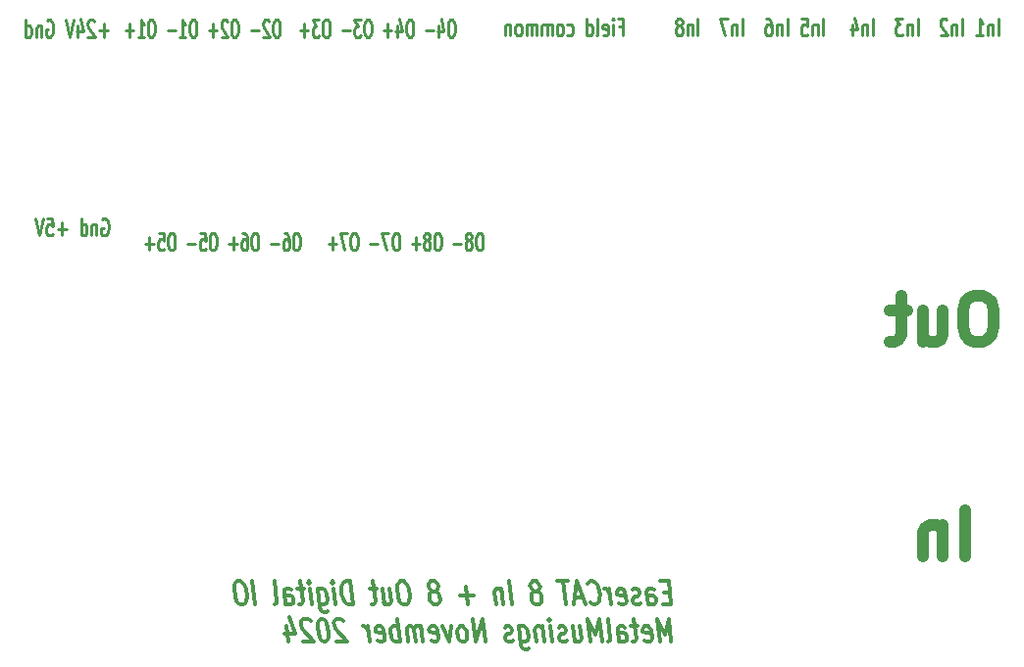
<source format=gbr>
%TF.GenerationSoftware,KiCad,Pcbnew,8.0.5*%
%TF.CreationDate,2024-10-29T23:36:48+01:00*%
%TF.ProjectId,8In-8Out-LAN9252-only,38496e2d-384f-4757-942d-4c414e393235,rev?*%
%TF.SameCoordinates,Original*%
%TF.FileFunction,Legend,Bot*%
%TF.FilePolarity,Positive*%
%FSLAX46Y46*%
G04 Gerber Fmt 4.6, Leading zero omitted, Abs format (unit mm)*
G04 Created by KiCad (PCBNEW 8.0.5) date 2024-10-29 23:36:48*
%MOMM*%
%LPD*%
G01*
G04 APERTURE LIST*
%ADD10C,0.250000*%
%ADD11C,0.300000*%
%ADD12C,0.225000*%
%ADD13C,1.000000*%
G04 APERTURE END LIST*
D10*
X151743431Y-65018000D02*
X150981527Y-65018000D01*
X151362479Y-65589428D02*
X151362479Y-64446571D01*
X150552955Y-64232285D02*
X150505336Y-64160857D01*
X150505336Y-64160857D02*
X150410098Y-64089428D01*
X150410098Y-64089428D02*
X150172003Y-64089428D01*
X150172003Y-64089428D02*
X150076765Y-64160857D01*
X150076765Y-64160857D02*
X150029146Y-64232285D01*
X150029146Y-64232285D02*
X149981527Y-64375142D01*
X149981527Y-64375142D02*
X149981527Y-64518000D01*
X149981527Y-64518000D02*
X150029146Y-64732285D01*
X150029146Y-64732285D02*
X150600574Y-65589428D01*
X150600574Y-65589428D02*
X149981527Y-65589428D01*
X149124384Y-64589428D02*
X149124384Y-65589428D01*
X149362479Y-64018000D02*
X149600574Y-65089428D01*
X149600574Y-65089428D02*
X148981527Y-65089428D01*
X148743431Y-64089428D02*
X148410098Y-65589428D01*
X148410098Y-65589428D02*
X148076765Y-64089428D01*
X146457717Y-64160857D02*
X146552955Y-64089428D01*
X146552955Y-64089428D02*
X146695812Y-64089428D01*
X146695812Y-64089428D02*
X146838669Y-64160857D01*
X146838669Y-64160857D02*
X146933907Y-64303714D01*
X146933907Y-64303714D02*
X146981526Y-64446571D01*
X146981526Y-64446571D02*
X147029145Y-64732285D01*
X147029145Y-64732285D02*
X147029145Y-64946571D01*
X147029145Y-64946571D02*
X146981526Y-65232285D01*
X146981526Y-65232285D02*
X146933907Y-65375142D01*
X146933907Y-65375142D02*
X146838669Y-65518000D01*
X146838669Y-65518000D02*
X146695812Y-65589428D01*
X146695812Y-65589428D02*
X146600574Y-65589428D01*
X146600574Y-65589428D02*
X146457717Y-65518000D01*
X146457717Y-65518000D02*
X146410098Y-65446571D01*
X146410098Y-65446571D02*
X146410098Y-64946571D01*
X146410098Y-64946571D02*
X146600574Y-64946571D01*
X145981526Y-64589428D02*
X145981526Y-65589428D01*
X145981526Y-64732285D02*
X145933907Y-64660857D01*
X145933907Y-64660857D02*
X145838669Y-64589428D01*
X145838669Y-64589428D02*
X145695812Y-64589428D01*
X145695812Y-64589428D02*
X145600574Y-64660857D01*
X145600574Y-64660857D02*
X145552955Y-64803714D01*
X145552955Y-64803714D02*
X145552955Y-65589428D01*
X144648193Y-65589428D02*
X144648193Y-64089428D01*
X144648193Y-65518000D02*
X144743431Y-65589428D01*
X144743431Y-65589428D02*
X144933907Y-65589428D01*
X144933907Y-65589428D02*
X145029145Y-65518000D01*
X145029145Y-65518000D02*
X145076764Y-65446571D01*
X145076764Y-65446571D02*
X145124383Y-65303714D01*
X145124383Y-65303714D02*
X145124383Y-64875142D01*
X145124383Y-64875142D02*
X145076764Y-64732285D01*
X145076764Y-64732285D02*
X145029145Y-64660857D01*
X145029145Y-64660857D02*
X144933907Y-64589428D01*
X144933907Y-64589428D02*
X144743431Y-64589428D01*
X144743431Y-64589428D02*
X144648193Y-64660857D01*
D11*
X200240441Y-113582131D02*
X199740441Y-113582131D01*
X199657108Y-114629750D02*
X200371393Y-114629750D01*
X200371393Y-114629750D02*
X200121393Y-112629750D01*
X200121393Y-112629750D02*
X199407108Y-112629750D01*
X198371393Y-114629750D02*
X198240441Y-113582131D01*
X198240441Y-113582131D02*
X198288060Y-113391654D01*
X198288060Y-113391654D02*
X198419012Y-113296416D01*
X198419012Y-113296416D02*
X198704727Y-113296416D01*
X198704727Y-113296416D02*
X198859489Y-113391654D01*
X198359489Y-114534512D02*
X198514250Y-114629750D01*
X198514250Y-114629750D02*
X198871393Y-114629750D01*
X198871393Y-114629750D02*
X199002346Y-114534512D01*
X199002346Y-114534512D02*
X199049965Y-114344035D01*
X199049965Y-114344035D02*
X199026155Y-114153559D01*
X199026155Y-114153559D02*
X198930917Y-113963083D01*
X198930917Y-113963083D02*
X198776155Y-113867845D01*
X198776155Y-113867845D02*
X198419012Y-113867845D01*
X198419012Y-113867845D02*
X198264250Y-113772607D01*
X197716631Y-114534512D02*
X197585679Y-114629750D01*
X197585679Y-114629750D02*
X197299965Y-114629750D01*
X197299965Y-114629750D02*
X197145203Y-114534512D01*
X197145203Y-114534512D02*
X197049965Y-114344035D01*
X197049965Y-114344035D02*
X197038060Y-114248797D01*
X197038060Y-114248797D02*
X197085679Y-114058321D01*
X197085679Y-114058321D02*
X197216631Y-113963083D01*
X197216631Y-113963083D02*
X197430917Y-113963083D01*
X197430917Y-113963083D02*
X197561869Y-113867845D01*
X197561869Y-113867845D02*
X197609488Y-113677369D01*
X197609488Y-113677369D02*
X197597584Y-113582131D01*
X197597584Y-113582131D02*
X197502346Y-113391654D01*
X197502346Y-113391654D02*
X197347584Y-113296416D01*
X197347584Y-113296416D02*
X197133298Y-113296416D01*
X197133298Y-113296416D02*
X197002346Y-113391654D01*
X195859488Y-114534512D02*
X196014250Y-114629750D01*
X196014250Y-114629750D02*
X196299964Y-114629750D01*
X196299964Y-114629750D02*
X196430917Y-114534512D01*
X196430917Y-114534512D02*
X196478536Y-114344035D01*
X196478536Y-114344035D02*
X196383298Y-113582131D01*
X196383298Y-113582131D02*
X196288060Y-113391654D01*
X196288060Y-113391654D02*
X196133298Y-113296416D01*
X196133298Y-113296416D02*
X195847583Y-113296416D01*
X195847583Y-113296416D02*
X195716631Y-113391654D01*
X195716631Y-113391654D02*
X195669012Y-113582131D01*
X195669012Y-113582131D02*
X195692821Y-113772607D01*
X195692821Y-113772607D02*
X196430917Y-113963083D01*
X195157107Y-114629750D02*
X194990441Y-113296416D01*
X195038060Y-113677369D02*
X194942822Y-113486892D01*
X194942822Y-113486892D02*
X194859488Y-113391654D01*
X194859488Y-113391654D02*
X194704726Y-113296416D01*
X194704726Y-113296416D02*
X194561869Y-113296416D01*
X193347584Y-114439273D02*
X193430917Y-114534512D01*
X193430917Y-114534512D02*
X193657108Y-114629750D01*
X193657108Y-114629750D02*
X193799965Y-114629750D01*
X193799965Y-114629750D02*
X194002346Y-114534512D01*
X194002346Y-114534512D02*
X194121394Y-114344035D01*
X194121394Y-114344035D02*
X194169013Y-114153559D01*
X194169013Y-114153559D02*
X194192822Y-113772607D01*
X194192822Y-113772607D02*
X194157108Y-113486892D01*
X194157108Y-113486892D02*
X194038060Y-113105940D01*
X194038060Y-113105940D02*
X193942822Y-112915464D01*
X193942822Y-112915464D02*
X193776155Y-112724988D01*
X193776155Y-112724988D02*
X193549965Y-112629750D01*
X193549965Y-112629750D02*
X193407108Y-112629750D01*
X193407108Y-112629750D02*
X193204727Y-112724988D01*
X193204727Y-112724988D02*
X193145203Y-112820226D01*
X192728536Y-114058321D02*
X192014251Y-114058321D01*
X192942822Y-114629750D02*
X192192822Y-112629750D01*
X192192822Y-112629750D02*
X191942822Y-114629750D01*
X191407108Y-112629750D02*
X190549965Y-112629750D01*
X191228537Y-114629750D02*
X190978537Y-112629750D01*
X188799966Y-113486892D02*
X188930918Y-113391654D01*
X188930918Y-113391654D02*
X188990442Y-113296416D01*
X188990442Y-113296416D02*
X189038061Y-113105940D01*
X189038061Y-113105940D02*
X189026156Y-113010702D01*
X189026156Y-113010702D02*
X188930918Y-112820226D01*
X188930918Y-112820226D02*
X188847585Y-112724988D01*
X188847585Y-112724988D02*
X188692823Y-112629750D01*
X188692823Y-112629750D02*
X188407108Y-112629750D01*
X188407108Y-112629750D02*
X188276156Y-112724988D01*
X188276156Y-112724988D02*
X188216632Y-112820226D01*
X188216632Y-112820226D02*
X188169013Y-113010702D01*
X188169013Y-113010702D02*
X188180918Y-113105940D01*
X188180918Y-113105940D02*
X188276156Y-113296416D01*
X188276156Y-113296416D02*
X188359489Y-113391654D01*
X188359489Y-113391654D02*
X188514251Y-113486892D01*
X188514251Y-113486892D02*
X188799966Y-113486892D01*
X188799966Y-113486892D02*
X188954727Y-113582131D01*
X188954727Y-113582131D02*
X189038061Y-113677369D01*
X189038061Y-113677369D02*
X189133299Y-113867845D01*
X189133299Y-113867845D02*
X189180918Y-114248797D01*
X189180918Y-114248797D02*
X189133299Y-114439273D01*
X189133299Y-114439273D02*
X189073775Y-114534512D01*
X189073775Y-114534512D02*
X188942823Y-114629750D01*
X188942823Y-114629750D02*
X188657108Y-114629750D01*
X188657108Y-114629750D02*
X188502347Y-114534512D01*
X188502347Y-114534512D02*
X188419013Y-114439273D01*
X188419013Y-114439273D02*
X188323775Y-114248797D01*
X188323775Y-114248797D02*
X188276156Y-113867845D01*
X188276156Y-113867845D02*
X188323775Y-113677369D01*
X188323775Y-113677369D02*
X188383299Y-113582131D01*
X188383299Y-113582131D02*
X188514251Y-113486892D01*
X186585680Y-114629750D02*
X186335680Y-112629750D01*
X185704728Y-113296416D02*
X185871394Y-114629750D01*
X185728537Y-113486892D02*
X185645204Y-113391654D01*
X185645204Y-113391654D02*
X185490442Y-113296416D01*
X185490442Y-113296416D02*
X185276156Y-113296416D01*
X185276156Y-113296416D02*
X185145204Y-113391654D01*
X185145204Y-113391654D02*
X185097585Y-113582131D01*
X185097585Y-113582131D02*
X185228537Y-114629750D01*
X183276156Y-113867845D02*
X182133299Y-113867845D01*
X182799966Y-114629750D02*
X182609490Y-113105940D01*
X180014252Y-113486892D02*
X180145204Y-113391654D01*
X180145204Y-113391654D02*
X180204728Y-113296416D01*
X180204728Y-113296416D02*
X180252347Y-113105940D01*
X180252347Y-113105940D02*
X180240442Y-113010702D01*
X180240442Y-113010702D02*
X180145204Y-112820226D01*
X180145204Y-112820226D02*
X180061871Y-112724988D01*
X180061871Y-112724988D02*
X179907109Y-112629750D01*
X179907109Y-112629750D02*
X179621394Y-112629750D01*
X179621394Y-112629750D02*
X179490442Y-112724988D01*
X179490442Y-112724988D02*
X179430918Y-112820226D01*
X179430918Y-112820226D02*
X179383299Y-113010702D01*
X179383299Y-113010702D02*
X179395204Y-113105940D01*
X179395204Y-113105940D02*
X179490442Y-113296416D01*
X179490442Y-113296416D02*
X179573775Y-113391654D01*
X179573775Y-113391654D02*
X179728537Y-113486892D01*
X179728537Y-113486892D02*
X180014252Y-113486892D01*
X180014252Y-113486892D02*
X180169013Y-113582131D01*
X180169013Y-113582131D02*
X180252347Y-113677369D01*
X180252347Y-113677369D02*
X180347585Y-113867845D01*
X180347585Y-113867845D02*
X180395204Y-114248797D01*
X180395204Y-114248797D02*
X180347585Y-114439273D01*
X180347585Y-114439273D02*
X180288061Y-114534512D01*
X180288061Y-114534512D02*
X180157109Y-114629750D01*
X180157109Y-114629750D02*
X179871394Y-114629750D01*
X179871394Y-114629750D02*
X179716633Y-114534512D01*
X179716633Y-114534512D02*
X179633299Y-114439273D01*
X179633299Y-114439273D02*
X179538061Y-114248797D01*
X179538061Y-114248797D02*
X179490442Y-113867845D01*
X179490442Y-113867845D02*
X179538061Y-113677369D01*
X179538061Y-113677369D02*
X179597585Y-113582131D01*
X179597585Y-113582131D02*
X179728537Y-113486892D01*
X177264252Y-112629750D02*
X176978538Y-112629750D01*
X176978538Y-112629750D02*
X176847585Y-112724988D01*
X176847585Y-112724988D02*
X176728538Y-112915464D01*
X176728538Y-112915464D02*
X176704728Y-113296416D01*
X176704728Y-113296416D02*
X176788062Y-113963083D01*
X176788062Y-113963083D02*
X176907109Y-114344035D01*
X176907109Y-114344035D02*
X177073776Y-114534512D01*
X177073776Y-114534512D02*
X177228538Y-114629750D01*
X177228538Y-114629750D02*
X177514252Y-114629750D01*
X177514252Y-114629750D02*
X177645205Y-114534512D01*
X177645205Y-114534512D02*
X177764252Y-114344035D01*
X177764252Y-114344035D02*
X177788062Y-113963083D01*
X177788062Y-113963083D02*
X177704728Y-113296416D01*
X177704728Y-113296416D02*
X177585681Y-112915464D01*
X177585681Y-112915464D02*
X177419014Y-112724988D01*
X177419014Y-112724988D02*
X177264252Y-112629750D01*
X175419014Y-113296416D02*
X175585680Y-114629750D01*
X176061871Y-113296416D02*
X176192823Y-114344035D01*
X176192823Y-114344035D02*
X176145204Y-114534512D01*
X176145204Y-114534512D02*
X176014252Y-114629750D01*
X176014252Y-114629750D02*
X175799966Y-114629750D01*
X175799966Y-114629750D02*
X175645204Y-114534512D01*
X175645204Y-114534512D02*
X175561871Y-114439273D01*
X174919013Y-113296416D02*
X174347585Y-113296416D01*
X174621394Y-112629750D02*
X174835680Y-114344035D01*
X174835680Y-114344035D02*
X174788061Y-114534512D01*
X174788061Y-114534512D02*
X174657109Y-114629750D01*
X174657109Y-114629750D02*
X174514252Y-114629750D01*
X172871394Y-114629750D02*
X172621394Y-112629750D01*
X172621394Y-112629750D02*
X172264252Y-112629750D01*
X172264252Y-112629750D02*
X172061871Y-112724988D01*
X172061871Y-112724988D02*
X171942823Y-112915464D01*
X171942823Y-112915464D02*
X171895204Y-113105940D01*
X171895204Y-113105940D02*
X171871394Y-113486892D01*
X171871394Y-113486892D02*
X171907109Y-113772607D01*
X171907109Y-113772607D02*
X172026156Y-114153559D01*
X172026156Y-114153559D02*
X172121394Y-114344035D01*
X172121394Y-114344035D02*
X172288061Y-114534512D01*
X172288061Y-114534512D02*
X172514252Y-114629750D01*
X172514252Y-114629750D02*
X172871394Y-114629750D01*
X171371394Y-114629750D02*
X171204728Y-113296416D01*
X171121394Y-112629750D02*
X171204728Y-112724988D01*
X171204728Y-112724988D02*
X171145204Y-112820226D01*
X171145204Y-112820226D02*
X171061871Y-112724988D01*
X171061871Y-112724988D02*
X171121394Y-112629750D01*
X171121394Y-112629750D02*
X171145204Y-112820226D01*
X169847585Y-113296416D02*
X170049966Y-114915464D01*
X170049966Y-114915464D02*
X170145204Y-115105940D01*
X170145204Y-115105940D02*
X170228537Y-115201178D01*
X170228537Y-115201178D02*
X170383299Y-115296416D01*
X170383299Y-115296416D02*
X170597585Y-115296416D01*
X170597585Y-115296416D02*
X170728537Y-115201178D01*
X170002347Y-114534512D02*
X170157108Y-114629750D01*
X170157108Y-114629750D02*
X170442823Y-114629750D01*
X170442823Y-114629750D02*
X170573775Y-114534512D01*
X170573775Y-114534512D02*
X170633299Y-114439273D01*
X170633299Y-114439273D02*
X170680918Y-114248797D01*
X170680918Y-114248797D02*
X170609489Y-113677369D01*
X170609489Y-113677369D02*
X170514251Y-113486892D01*
X170514251Y-113486892D02*
X170430918Y-113391654D01*
X170430918Y-113391654D02*
X170276156Y-113296416D01*
X170276156Y-113296416D02*
X169990442Y-113296416D01*
X169990442Y-113296416D02*
X169859489Y-113391654D01*
X169299965Y-114629750D02*
X169133299Y-113296416D01*
X169049965Y-112629750D02*
X169133299Y-112724988D01*
X169133299Y-112724988D02*
X169073775Y-112820226D01*
X169073775Y-112820226D02*
X168990442Y-112724988D01*
X168990442Y-112724988D02*
X169049965Y-112629750D01*
X169049965Y-112629750D02*
X169073775Y-112820226D01*
X168633298Y-113296416D02*
X168061870Y-113296416D01*
X168335679Y-112629750D02*
X168549965Y-114344035D01*
X168549965Y-114344035D02*
X168502346Y-114534512D01*
X168502346Y-114534512D02*
X168371394Y-114629750D01*
X168371394Y-114629750D02*
X168228537Y-114629750D01*
X167085679Y-114629750D02*
X166954727Y-113582131D01*
X166954727Y-113582131D02*
X167002346Y-113391654D01*
X167002346Y-113391654D02*
X167133298Y-113296416D01*
X167133298Y-113296416D02*
X167419013Y-113296416D01*
X167419013Y-113296416D02*
X167573775Y-113391654D01*
X167073775Y-114534512D02*
X167228536Y-114629750D01*
X167228536Y-114629750D02*
X167585679Y-114629750D01*
X167585679Y-114629750D02*
X167716632Y-114534512D01*
X167716632Y-114534512D02*
X167764251Y-114344035D01*
X167764251Y-114344035D02*
X167740441Y-114153559D01*
X167740441Y-114153559D02*
X167645203Y-113963083D01*
X167645203Y-113963083D02*
X167490441Y-113867845D01*
X167490441Y-113867845D02*
X167133298Y-113867845D01*
X167133298Y-113867845D02*
X166978536Y-113772607D01*
X166157108Y-114629750D02*
X166288060Y-114534512D01*
X166288060Y-114534512D02*
X166335679Y-114344035D01*
X166335679Y-114344035D02*
X166121393Y-112629750D01*
X164442822Y-114629750D02*
X164192822Y-112629750D01*
X163192822Y-112629750D02*
X162907108Y-112629750D01*
X162907108Y-112629750D02*
X162776155Y-112724988D01*
X162776155Y-112724988D02*
X162657108Y-112915464D01*
X162657108Y-112915464D02*
X162633298Y-113296416D01*
X162633298Y-113296416D02*
X162716632Y-113963083D01*
X162716632Y-113963083D02*
X162835679Y-114344035D01*
X162835679Y-114344035D02*
X163002346Y-114534512D01*
X163002346Y-114534512D02*
X163157108Y-114629750D01*
X163157108Y-114629750D02*
X163442822Y-114629750D01*
X163442822Y-114629750D02*
X163573775Y-114534512D01*
X163573775Y-114534512D02*
X163692822Y-114344035D01*
X163692822Y-114344035D02*
X163716632Y-113963083D01*
X163716632Y-113963083D02*
X163633298Y-113296416D01*
X163633298Y-113296416D02*
X163514251Y-112915464D01*
X163514251Y-112915464D02*
X163347584Y-112724988D01*
X163347584Y-112724988D02*
X163192822Y-112629750D01*
X200371393Y-117849638D02*
X200121393Y-115849638D01*
X200121393Y-115849638D02*
X199799965Y-117278209D01*
X199799965Y-117278209D02*
X199121393Y-115849638D01*
X199121393Y-115849638D02*
X199371393Y-117849638D01*
X198073774Y-117754400D02*
X198228536Y-117849638D01*
X198228536Y-117849638D02*
X198514250Y-117849638D01*
X198514250Y-117849638D02*
X198645203Y-117754400D01*
X198645203Y-117754400D02*
X198692822Y-117563923D01*
X198692822Y-117563923D02*
X198597584Y-116802019D01*
X198597584Y-116802019D02*
X198502346Y-116611542D01*
X198502346Y-116611542D02*
X198347584Y-116516304D01*
X198347584Y-116516304D02*
X198061869Y-116516304D01*
X198061869Y-116516304D02*
X197930917Y-116611542D01*
X197930917Y-116611542D02*
X197883298Y-116802019D01*
X197883298Y-116802019D02*
X197907107Y-116992495D01*
X197907107Y-116992495D02*
X198645203Y-117182971D01*
X197419012Y-116516304D02*
X196847584Y-116516304D01*
X197121393Y-115849638D02*
X197335679Y-117563923D01*
X197335679Y-117563923D02*
X197288060Y-117754400D01*
X197288060Y-117754400D02*
X197157108Y-117849638D01*
X197157108Y-117849638D02*
X197014251Y-117849638D01*
X195871393Y-117849638D02*
X195740441Y-116802019D01*
X195740441Y-116802019D02*
X195788060Y-116611542D01*
X195788060Y-116611542D02*
X195919012Y-116516304D01*
X195919012Y-116516304D02*
X196204727Y-116516304D01*
X196204727Y-116516304D02*
X196359489Y-116611542D01*
X195859489Y-117754400D02*
X196014250Y-117849638D01*
X196014250Y-117849638D02*
X196371393Y-117849638D01*
X196371393Y-117849638D02*
X196502346Y-117754400D01*
X196502346Y-117754400D02*
X196549965Y-117563923D01*
X196549965Y-117563923D02*
X196526155Y-117373447D01*
X196526155Y-117373447D02*
X196430917Y-117182971D01*
X196430917Y-117182971D02*
X196276155Y-117087733D01*
X196276155Y-117087733D02*
X195919012Y-117087733D01*
X195919012Y-117087733D02*
X195764250Y-116992495D01*
X194942822Y-117849638D02*
X195073774Y-117754400D01*
X195073774Y-117754400D02*
X195121393Y-117563923D01*
X195121393Y-117563923D02*
X194907107Y-115849638D01*
X194371393Y-117849638D02*
X194121393Y-115849638D01*
X194121393Y-115849638D02*
X193799965Y-117278209D01*
X193799965Y-117278209D02*
X193121393Y-115849638D01*
X193121393Y-115849638D02*
X193371393Y-117849638D01*
X191847584Y-116516304D02*
X192014250Y-117849638D01*
X192490441Y-116516304D02*
X192621393Y-117563923D01*
X192621393Y-117563923D02*
X192573774Y-117754400D01*
X192573774Y-117754400D02*
X192442822Y-117849638D01*
X192442822Y-117849638D02*
X192228536Y-117849638D01*
X192228536Y-117849638D02*
X192073774Y-117754400D01*
X192073774Y-117754400D02*
X191990441Y-117659161D01*
X191359488Y-117754400D02*
X191228536Y-117849638D01*
X191228536Y-117849638D02*
X190942822Y-117849638D01*
X190942822Y-117849638D02*
X190788060Y-117754400D01*
X190788060Y-117754400D02*
X190692822Y-117563923D01*
X190692822Y-117563923D02*
X190680917Y-117468685D01*
X190680917Y-117468685D02*
X190728536Y-117278209D01*
X190728536Y-117278209D02*
X190859488Y-117182971D01*
X190859488Y-117182971D02*
X191073774Y-117182971D01*
X191073774Y-117182971D02*
X191204726Y-117087733D01*
X191204726Y-117087733D02*
X191252345Y-116897257D01*
X191252345Y-116897257D02*
X191240441Y-116802019D01*
X191240441Y-116802019D02*
X191145203Y-116611542D01*
X191145203Y-116611542D02*
X190990441Y-116516304D01*
X190990441Y-116516304D02*
X190776155Y-116516304D01*
X190776155Y-116516304D02*
X190645203Y-116611542D01*
X190085678Y-117849638D02*
X189919012Y-116516304D01*
X189835678Y-115849638D02*
X189919012Y-115944876D01*
X189919012Y-115944876D02*
X189859488Y-116040114D01*
X189859488Y-116040114D02*
X189776155Y-115944876D01*
X189776155Y-115944876D02*
X189835678Y-115849638D01*
X189835678Y-115849638D02*
X189859488Y-116040114D01*
X189204726Y-116516304D02*
X189371392Y-117849638D01*
X189228535Y-116706780D02*
X189145202Y-116611542D01*
X189145202Y-116611542D02*
X188990440Y-116516304D01*
X188990440Y-116516304D02*
X188776154Y-116516304D01*
X188776154Y-116516304D02*
X188645202Y-116611542D01*
X188645202Y-116611542D02*
X188597583Y-116802019D01*
X188597583Y-116802019D02*
X188728535Y-117849638D01*
X187204726Y-116516304D02*
X187407107Y-118135352D01*
X187407107Y-118135352D02*
X187502345Y-118325828D01*
X187502345Y-118325828D02*
X187585678Y-118421066D01*
X187585678Y-118421066D02*
X187740440Y-118516304D01*
X187740440Y-118516304D02*
X187954726Y-118516304D01*
X187954726Y-118516304D02*
X188085678Y-118421066D01*
X187359488Y-117754400D02*
X187514249Y-117849638D01*
X187514249Y-117849638D02*
X187799964Y-117849638D01*
X187799964Y-117849638D02*
X187930916Y-117754400D01*
X187930916Y-117754400D02*
X187990440Y-117659161D01*
X187990440Y-117659161D02*
X188038059Y-117468685D01*
X188038059Y-117468685D02*
X187966630Y-116897257D01*
X187966630Y-116897257D02*
X187871392Y-116706780D01*
X187871392Y-116706780D02*
X187788059Y-116611542D01*
X187788059Y-116611542D02*
X187633297Y-116516304D01*
X187633297Y-116516304D02*
X187347583Y-116516304D01*
X187347583Y-116516304D02*
X187216630Y-116611542D01*
X186716630Y-117754400D02*
X186585678Y-117849638D01*
X186585678Y-117849638D02*
X186299964Y-117849638D01*
X186299964Y-117849638D02*
X186145202Y-117754400D01*
X186145202Y-117754400D02*
X186049964Y-117563923D01*
X186049964Y-117563923D02*
X186038059Y-117468685D01*
X186038059Y-117468685D02*
X186085678Y-117278209D01*
X186085678Y-117278209D02*
X186216630Y-117182971D01*
X186216630Y-117182971D02*
X186430916Y-117182971D01*
X186430916Y-117182971D02*
X186561868Y-117087733D01*
X186561868Y-117087733D02*
X186609487Y-116897257D01*
X186609487Y-116897257D02*
X186597583Y-116802019D01*
X186597583Y-116802019D02*
X186502345Y-116611542D01*
X186502345Y-116611542D02*
X186347583Y-116516304D01*
X186347583Y-116516304D02*
X186133297Y-116516304D01*
X186133297Y-116516304D02*
X186002345Y-116611542D01*
X184299963Y-117849638D02*
X184049963Y-115849638D01*
X184049963Y-115849638D02*
X183442821Y-117849638D01*
X183442821Y-117849638D02*
X183192821Y-115849638D01*
X182514249Y-117849638D02*
X182645201Y-117754400D01*
X182645201Y-117754400D02*
X182704725Y-117659161D01*
X182704725Y-117659161D02*
X182752344Y-117468685D01*
X182752344Y-117468685D02*
X182680915Y-116897257D01*
X182680915Y-116897257D02*
X182585677Y-116706780D01*
X182585677Y-116706780D02*
X182502344Y-116611542D01*
X182502344Y-116611542D02*
X182347582Y-116516304D01*
X182347582Y-116516304D02*
X182133296Y-116516304D01*
X182133296Y-116516304D02*
X182002344Y-116611542D01*
X182002344Y-116611542D02*
X181942820Y-116706780D01*
X181942820Y-116706780D02*
X181895201Y-116897257D01*
X181895201Y-116897257D02*
X181966630Y-117468685D01*
X181966630Y-117468685D02*
X182061868Y-117659161D01*
X182061868Y-117659161D02*
X182145201Y-117754400D01*
X182145201Y-117754400D02*
X182299963Y-117849638D01*
X182299963Y-117849638D02*
X182514249Y-117849638D01*
X181347582Y-116516304D02*
X181157106Y-117849638D01*
X181157106Y-117849638D02*
X180633296Y-116516304D01*
X179645201Y-117754400D02*
X179799963Y-117849638D01*
X179799963Y-117849638D02*
X180085677Y-117849638D01*
X180085677Y-117849638D02*
X180216630Y-117754400D01*
X180216630Y-117754400D02*
X180264249Y-117563923D01*
X180264249Y-117563923D02*
X180169011Y-116802019D01*
X180169011Y-116802019D02*
X180073773Y-116611542D01*
X180073773Y-116611542D02*
X179919011Y-116516304D01*
X179919011Y-116516304D02*
X179633296Y-116516304D01*
X179633296Y-116516304D02*
X179502344Y-116611542D01*
X179502344Y-116611542D02*
X179454725Y-116802019D01*
X179454725Y-116802019D02*
X179478534Y-116992495D01*
X179478534Y-116992495D02*
X180216630Y-117182971D01*
X178942820Y-117849638D02*
X178776154Y-116516304D01*
X178799963Y-116706780D02*
X178716630Y-116611542D01*
X178716630Y-116611542D02*
X178561868Y-116516304D01*
X178561868Y-116516304D02*
X178347582Y-116516304D01*
X178347582Y-116516304D02*
X178216630Y-116611542D01*
X178216630Y-116611542D02*
X178169011Y-116802019D01*
X178169011Y-116802019D02*
X178299963Y-117849638D01*
X178169011Y-116802019D02*
X178073773Y-116611542D01*
X178073773Y-116611542D02*
X177919011Y-116516304D01*
X177919011Y-116516304D02*
X177704725Y-116516304D01*
X177704725Y-116516304D02*
X177573773Y-116611542D01*
X177573773Y-116611542D02*
X177526154Y-116802019D01*
X177526154Y-116802019D02*
X177657106Y-117849638D01*
X176942820Y-117849638D02*
X176692820Y-115849638D01*
X176788059Y-116611542D02*
X176633297Y-116516304D01*
X176633297Y-116516304D02*
X176347582Y-116516304D01*
X176347582Y-116516304D02*
X176216630Y-116611542D01*
X176216630Y-116611542D02*
X176157106Y-116706780D01*
X176157106Y-116706780D02*
X176109487Y-116897257D01*
X176109487Y-116897257D02*
X176180916Y-117468685D01*
X176180916Y-117468685D02*
X176276154Y-117659161D01*
X176276154Y-117659161D02*
X176359487Y-117754400D01*
X176359487Y-117754400D02*
X176514249Y-117849638D01*
X176514249Y-117849638D02*
X176799963Y-117849638D01*
X176799963Y-117849638D02*
X176930916Y-117754400D01*
X175002344Y-117754400D02*
X175157106Y-117849638D01*
X175157106Y-117849638D02*
X175442820Y-117849638D01*
X175442820Y-117849638D02*
X175573773Y-117754400D01*
X175573773Y-117754400D02*
X175621392Y-117563923D01*
X175621392Y-117563923D02*
X175526154Y-116802019D01*
X175526154Y-116802019D02*
X175430916Y-116611542D01*
X175430916Y-116611542D02*
X175276154Y-116516304D01*
X175276154Y-116516304D02*
X174990439Y-116516304D01*
X174990439Y-116516304D02*
X174859487Y-116611542D01*
X174859487Y-116611542D02*
X174811868Y-116802019D01*
X174811868Y-116802019D02*
X174835677Y-116992495D01*
X174835677Y-116992495D02*
X175573773Y-117182971D01*
X174299963Y-117849638D02*
X174133297Y-116516304D01*
X174180916Y-116897257D02*
X174085678Y-116706780D01*
X174085678Y-116706780D02*
X174002344Y-116611542D01*
X174002344Y-116611542D02*
X173847582Y-116516304D01*
X173847582Y-116516304D02*
X173704725Y-116516304D01*
X172073774Y-116040114D02*
X171990440Y-115944876D01*
X171990440Y-115944876D02*
X171835678Y-115849638D01*
X171835678Y-115849638D02*
X171478535Y-115849638D01*
X171478535Y-115849638D02*
X171347583Y-115944876D01*
X171347583Y-115944876D02*
X171288059Y-116040114D01*
X171288059Y-116040114D02*
X171240440Y-116230590D01*
X171240440Y-116230590D02*
X171264250Y-116421066D01*
X171264250Y-116421066D02*
X171371393Y-116706780D01*
X171371393Y-116706780D02*
X172371393Y-117849638D01*
X172371393Y-117849638D02*
X171442821Y-117849638D01*
X170264250Y-115849638D02*
X170121393Y-115849638D01*
X170121393Y-115849638D02*
X169990441Y-115944876D01*
X169990441Y-115944876D02*
X169930917Y-116040114D01*
X169930917Y-116040114D02*
X169883298Y-116230590D01*
X169883298Y-116230590D02*
X169859488Y-116611542D01*
X169859488Y-116611542D02*
X169919012Y-117087733D01*
X169919012Y-117087733D02*
X170038060Y-117468685D01*
X170038060Y-117468685D02*
X170133298Y-117659161D01*
X170133298Y-117659161D02*
X170216631Y-117754400D01*
X170216631Y-117754400D02*
X170371393Y-117849638D01*
X170371393Y-117849638D02*
X170514250Y-117849638D01*
X170514250Y-117849638D02*
X170645203Y-117754400D01*
X170645203Y-117754400D02*
X170704726Y-117659161D01*
X170704726Y-117659161D02*
X170752345Y-117468685D01*
X170752345Y-117468685D02*
X170776155Y-117087733D01*
X170776155Y-117087733D02*
X170716631Y-116611542D01*
X170716631Y-116611542D02*
X170597583Y-116230590D01*
X170597583Y-116230590D02*
X170502345Y-116040114D01*
X170502345Y-116040114D02*
X170419012Y-115944876D01*
X170419012Y-115944876D02*
X170264250Y-115849638D01*
X169216632Y-116040114D02*
X169133298Y-115944876D01*
X169133298Y-115944876D02*
X168978536Y-115849638D01*
X168978536Y-115849638D02*
X168621393Y-115849638D01*
X168621393Y-115849638D02*
X168490441Y-115944876D01*
X168490441Y-115944876D02*
X168430917Y-116040114D01*
X168430917Y-116040114D02*
X168383298Y-116230590D01*
X168383298Y-116230590D02*
X168407108Y-116421066D01*
X168407108Y-116421066D02*
X168514251Y-116706780D01*
X168514251Y-116706780D02*
X169514251Y-117849638D01*
X169514251Y-117849638D02*
X168585679Y-117849638D01*
X167133299Y-116516304D02*
X167299965Y-117849638D01*
X167395203Y-115754400D02*
X167930918Y-117182971D01*
X167930918Y-117182971D02*
X167002346Y-117182971D01*
D10*
X151219622Y-81305857D02*
X151314860Y-81234428D01*
X151314860Y-81234428D02*
X151457717Y-81234428D01*
X151457717Y-81234428D02*
X151600574Y-81305857D01*
X151600574Y-81305857D02*
X151695812Y-81448714D01*
X151695812Y-81448714D02*
X151743431Y-81591571D01*
X151743431Y-81591571D02*
X151791050Y-81877285D01*
X151791050Y-81877285D02*
X151791050Y-82091571D01*
X151791050Y-82091571D02*
X151743431Y-82377285D01*
X151743431Y-82377285D02*
X151695812Y-82520142D01*
X151695812Y-82520142D02*
X151600574Y-82663000D01*
X151600574Y-82663000D02*
X151457717Y-82734428D01*
X151457717Y-82734428D02*
X151362479Y-82734428D01*
X151362479Y-82734428D02*
X151219622Y-82663000D01*
X151219622Y-82663000D02*
X151172003Y-82591571D01*
X151172003Y-82591571D02*
X151172003Y-82091571D01*
X151172003Y-82091571D02*
X151362479Y-82091571D01*
X150743431Y-81734428D02*
X150743431Y-82734428D01*
X150743431Y-81877285D02*
X150695812Y-81805857D01*
X150695812Y-81805857D02*
X150600574Y-81734428D01*
X150600574Y-81734428D02*
X150457717Y-81734428D01*
X150457717Y-81734428D02*
X150362479Y-81805857D01*
X150362479Y-81805857D02*
X150314860Y-81948714D01*
X150314860Y-81948714D02*
X150314860Y-82734428D01*
X149410098Y-82734428D02*
X149410098Y-81234428D01*
X149410098Y-82663000D02*
X149505336Y-82734428D01*
X149505336Y-82734428D02*
X149695812Y-82734428D01*
X149695812Y-82734428D02*
X149791050Y-82663000D01*
X149791050Y-82663000D02*
X149838669Y-82591571D01*
X149838669Y-82591571D02*
X149886288Y-82448714D01*
X149886288Y-82448714D02*
X149886288Y-82020142D01*
X149886288Y-82020142D02*
X149838669Y-81877285D01*
X149838669Y-81877285D02*
X149791050Y-81805857D01*
X149791050Y-81805857D02*
X149695812Y-81734428D01*
X149695812Y-81734428D02*
X149505336Y-81734428D01*
X149505336Y-81734428D02*
X149410098Y-81805857D01*
X148172002Y-82163000D02*
X147410098Y-82163000D01*
X147791050Y-82734428D02*
X147791050Y-81591571D01*
X146457717Y-81234428D02*
X146933907Y-81234428D01*
X146933907Y-81234428D02*
X146981526Y-81948714D01*
X146981526Y-81948714D02*
X146933907Y-81877285D01*
X146933907Y-81877285D02*
X146838669Y-81805857D01*
X146838669Y-81805857D02*
X146600574Y-81805857D01*
X146600574Y-81805857D02*
X146505336Y-81877285D01*
X146505336Y-81877285D02*
X146457717Y-81948714D01*
X146457717Y-81948714D02*
X146410098Y-82091571D01*
X146410098Y-82091571D02*
X146410098Y-82448714D01*
X146410098Y-82448714D02*
X146457717Y-82591571D01*
X146457717Y-82591571D02*
X146505336Y-82663000D01*
X146505336Y-82663000D02*
X146600574Y-82734428D01*
X146600574Y-82734428D02*
X146838669Y-82734428D01*
X146838669Y-82734428D02*
X146933907Y-82663000D01*
X146933907Y-82663000D02*
X146981526Y-82591571D01*
X146124383Y-81234428D02*
X145791050Y-82734428D01*
X145791050Y-82734428D02*
X145457717Y-81234428D01*
D12*
X181457259Y-64090728D02*
X181285831Y-64090728D01*
X181285831Y-64090728D02*
X181200116Y-64162157D01*
X181200116Y-64162157D02*
X181114402Y-64305014D01*
X181114402Y-64305014D02*
X181071545Y-64590728D01*
X181071545Y-64590728D02*
X181071545Y-65090728D01*
X181071545Y-65090728D02*
X181114402Y-65376442D01*
X181114402Y-65376442D02*
X181200116Y-65519300D01*
X181200116Y-65519300D02*
X181285831Y-65590728D01*
X181285831Y-65590728D02*
X181457259Y-65590728D01*
X181457259Y-65590728D02*
X181542974Y-65519300D01*
X181542974Y-65519300D02*
X181628688Y-65376442D01*
X181628688Y-65376442D02*
X181671545Y-65090728D01*
X181671545Y-65090728D02*
X181671545Y-64590728D01*
X181671545Y-64590728D02*
X181628688Y-64305014D01*
X181628688Y-64305014D02*
X181542974Y-64162157D01*
X181542974Y-64162157D02*
X181457259Y-64090728D01*
X180300117Y-64590728D02*
X180300117Y-65590728D01*
X180514402Y-64019300D02*
X180728688Y-65090728D01*
X180728688Y-65090728D02*
X180171545Y-65090728D01*
X179828688Y-65019300D02*
X179142974Y-65019300D01*
X177857259Y-64090728D02*
X177685831Y-64090728D01*
X177685831Y-64090728D02*
X177600116Y-64162157D01*
X177600116Y-64162157D02*
X177514402Y-64305014D01*
X177514402Y-64305014D02*
X177471545Y-64590728D01*
X177471545Y-64590728D02*
X177471545Y-65090728D01*
X177471545Y-65090728D02*
X177514402Y-65376442D01*
X177514402Y-65376442D02*
X177600116Y-65519300D01*
X177600116Y-65519300D02*
X177685831Y-65590728D01*
X177685831Y-65590728D02*
X177857259Y-65590728D01*
X177857259Y-65590728D02*
X177942974Y-65519300D01*
X177942974Y-65519300D02*
X178028688Y-65376442D01*
X178028688Y-65376442D02*
X178071545Y-65090728D01*
X178071545Y-65090728D02*
X178071545Y-64590728D01*
X178071545Y-64590728D02*
X178028688Y-64305014D01*
X178028688Y-64305014D02*
X177942974Y-64162157D01*
X177942974Y-64162157D02*
X177857259Y-64090728D01*
X176700117Y-64590728D02*
X176700117Y-65590728D01*
X176914402Y-64019300D02*
X177128688Y-65090728D01*
X177128688Y-65090728D02*
X176571545Y-65090728D01*
X176228688Y-65019300D02*
X175542974Y-65019300D01*
X175885831Y-65590728D02*
X175885831Y-64447871D01*
X174257259Y-64090728D02*
X174085831Y-64090728D01*
X174085831Y-64090728D02*
X174000116Y-64162157D01*
X174000116Y-64162157D02*
X173914402Y-64305014D01*
X173914402Y-64305014D02*
X173871545Y-64590728D01*
X173871545Y-64590728D02*
X173871545Y-65090728D01*
X173871545Y-65090728D02*
X173914402Y-65376442D01*
X173914402Y-65376442D02*
X174000116Y-65519300D01*
X174000116Y-65519300D02*
X174085831Y-65590728D01*
X174085831Y-65590728D02*
X174257259Y-65590728D01*
X174257259Y-65590728D02*
X174342974Y-65519300D01*
X174342974Y-65519300D02*
X174428688Y-65376442D01*
X174428688Y-65376442D02*
X174471545Y-65090728D01*
X174471545Y-65090728D02*
X174471545Y-64590728D01*
X174471545Y-64590728D02*
X174428688Y-64305014D01*
X174428688Y-64305014D02*
X174342974Y-64162157D01*
X174342974Y-64162157D02*
X174257259Y-64090728D01*
X173571545Y-64090728D02*
X173014402Y-64090728D01*
X173014402Y-64090728D02*
X173314402Y-64662157D01*
X173314402Y-64662157D02*
X173185831Y-64662157D01*
X173185831Y-64662157D02*
X173100117Y-64733585D01*
X173100117Y-64733585D02*
X173057259Y-64805014D01*
X173057259Y-64805014D02*
X173014402Y-64947871D01*
X173014402Y-64947871D02*
X173014402Y-65305014D01*
X173014402Y-65305014D02*
X173057259Y-65447871D01*
X173057259Y-65447871D02*
X173100117Y-65519300D01*
X173100117Y-65519300D02*
X173185831Y-65590728D01*
X173185831Y-65590728D02*
X173442974Y-65590728D01*
X173442974Y-65590728D02*
X173528688Y-65519300D01*
X173528688Y-65519300D02*
X173571545Y-65447871D01*
X172628688Y-65019300D02*
X171942974Y-65019300D01*
X170657259Y-64090728D02*
X170485831Y-64090728D01*
X170485831Y-64090728D02*
X170400116Y-64162157D01*
X170400116Y-64162157D02*
X170314402Y-64305014D01*
X170314402Y-64305014D02*
X170271545Y-64590728D01*
X170271545Y-64590728D02*
X170271545Y-65090728D01*
X170271545Y-65090728D02*
X170314402Y-65376442D01*
X170314402Y-65376442D02*
X170400116Y-65519300D01*
X170400116Y-65519300D02*
X170485831Y-65590728D01*
X170485831Y-65590728D02*
X170657259Y-65590728D01*
X170657259Y-65590728D02*
X170742974Y-65519300D01*
X170742974Y-65519300D02*
X170828688Y-65376442D01*
X170828688Y-65376442D02*
X170871545Y-65090728D01*
X170871545Y-65090728D02*
X170871545Y-64590728D01*
X170871545Y-64590728D02*
X170828688Y-64305014D01*
X170828688Y-64305014D02*
X170742974Y-64162157D01*
X170742974Y-64162157D02*
X170657259Y-64090728D01*
X169971545Y-64090728D02*
X169414402Y-64090728D01*
X169414402Y-64090728D02*
X169714402Y-64662157D01*
X169714402Y-64662157D02*
X169585831Y-64662157D01*
X169585831Y-64662157D02*
X169500117Y-64733585D01*
X169500117Y-64733585D02*
X169457259Y-64805014D01*
X169457259Y-64805014D02*
X169414402Y-64947871D01*
X169414402Y-64947871D02*
X169414402Y-65305014D01*
X169414402Y-65305014D02*
X169457259Y-65447871D01*
X169457259Y-65447871D02*
X169500117Y-65519300D01*
X169500117Y-65519300D02*
X169585831Y-65590728D01*
X169585831Y-65590728D02*
X169842974Y-65590728D01*
X169842974Y-65590728D02*
X169928688Y-65519300D01*
X169928688Y-65519300D02*
X169971545Y-65447871D01*
X169028688Y-65019300D02*
X168342974Y-65019300D01*
X168685831Y-65590728D02*
X168685831Y-64447871D01*
X166371545Y-64090728D02*
X166200117Y-64090728D01*
X166200117Y-64090728D02*
X166114402Y-64162157D01*
X166114402Y-64162157D02*
X166028688Y-64305014D01*
X166028688Y-64305014D02*
X165985831Y-64590728D01*
X165985831Y-64590728D02*
X165985831Y-65090728D01*
X165985831Y-65090728D02*
X166028688Y-65376442D01*
X166028688Y-65376442D02*
X166114402Y-65519300D01*
X166114402Y-65519300D02*
X166200117Y-65590728D01*
X166200117Y-65590728D02*
X166371545Y-65590728D01*
X166371545Y-65590728D02*
X166457260Y-65519300D01*
X166457260Y-65519300D02*
X166542974Y-65376442D01*
X166542974Y-65376442D02*
X166585831Y-65090728D01*
X166585831Y-65090728D02*
X166585831Y-64590728D01*
X166585831Y-64590728D02*
X166542974Y-64305014D01*
X166542974Y-64305014D02*
X166457260Y-64162157D01*
X166457260Y-64162157D02*
X166371545Y-64090728D01*
X165642974Y-64233585D02*
X165600117Y-64162157D01*
X165600117Y-64162157D02*
X165514403Y-64090728D01*
X165514403Y-64090728D02*
X165300117Y-64090728D01*
X165300117Y-64090728D02*
X165214403Y-64162157D01*
X165214403Y-64162157D02*
X165171545Y-64233585D01*
X165171545Y-64233585D02*
X165128688Y-64376442D01*
X165128688Y-64376442D02*
X165128688Y-64519300D01*
X165128688Y-64519300D02*
X165171545Y-64733585D01*
X165171545Y-64733585D02*
X165685831Y-65590728D01*
X165685831Y-65590728D02*
X165128688Y-65590728D01*
X164742974Y-65019300D02*
X164057260Y-65019300D01*
X162771545Y-64090728D02*
X162600117Y-64090728D01*
X162600117Y-64090728D02*
X162514402Y-64162157D01*
X162514402Y-64162157D02*
X162428688Y-64305014D01*
X162428688Y-64305014D02*
X162385831Y-64590728D01*
X162385831Y-64590728D02*
X162385831Y-65090728D01*
X162385831Y-65090728D02*
X162428688Y-65376442D01*
X162428688Y-65376442D02*
X162514402Y-65519300D01*
X162514402Y-65519300D02*
X162600117Y-65590728D01*
X162600117Y-65590728D02*
X162771545Y-65590728D01*
X162771545Y-65590728D02*
X162857260Y-65519300D01*
X162857260Y-65519300D02*
X162942974Y-65376442D01*
X162942974Y-65376442D02*
X162985831Y-65090728D01*
X162985831Y-65090728D02*
X162985831Y-64590728D01*
X162985831Y-64590728D02*
X162942974Y-64305014D01*
X162942974Y-64305014D02*
X162857260Y-64162157D01*
X162857260Y-64162157D02*
X162771545Y-64090728D01*
X162042974Y-64233585D02*
X162000117Y-64162157D01*
X162000117Y-64162157D02*
X161914403Y-64090728D01*
X161914403Y-64090728D02*
X161700117Y-64090728D01*
X161700117Y-64090728D02*
X161614403Y-64162157D01*
X161614403Y-64162157D02*
X161571545Y-64233585D01*
X161571545Y-64233585D02*
X161528688Y-64376442D01*
X161528688Y-64376442D02*
X161528688Y-64519300D01*
X161528688Y-64519300D02*
X161571545Y-64733585D01*
X161571545Y-64733585D02*
X162085831Y-65590728D01*
X162085831Y-65590728D02*
X161528688Y-65590728D01*
X161142974Y-65019300D02*
X160457260Y-65019300D01*
X160800117Y-65590728D02*
X160800117Y-64447871D01*
X159171545Y-64090728D02*
X159000117Y-64090728D01*
X159000117Y-64090728D02*
X158914402Y-64162157D01*
X158914402Y-64162157D02*
X158828688Y-64305014D01*
X158828688Y-64305014D02*
X158785831Y-64590728D01*
X158785831Y-64590728D02*
X158785831Y-65090728D01*
X158785831Y-65090728D02*
X158828688Y-65376442D01*
X158828688Y-65376442D02*
X158914402Y-65519300D01*
X158914402Y-65519300D02*
X159000117Y-65590728D01*
X159000117Y-65590728D02*
X159171545Y-65590728D01*
X159171545Y-65590728D02*
X159257260Y-65519300D01*
X159257260Y-65519300D02*
X159342974Y-65376442D01*
X159342974Y-65376442D02*
X159385831Y-65090728D01*
X159385831Y-65090728D02*
X159385831Y-64590728D01*
X159385831Y-64590728D02*
X159342974Y-64305014D01*
X159342974Y-64305014D02*
X159257260Y-64162157D01*
X159257260Y-64162157D02*
X159171545Y-64090728D01*
X157928688Y-65590728D02*
X158442974Y-65590728D01*
X158185831Y-65590728D02*
X158185831Y-64090728D01*
X158185831Y-64090728D02*
X158271545Y-64305014D01*
X158271545Y-64305014D02*
X158357260Y-64447871D01*
X158357260Y-64447871D02*
X158442974Y-64519300D01*
X157542974Y-65019300D02*
X156857260Y-65019300D01*
X155571545Y-64090728D02*
X155400117Y-64090728D01*
X155400117Y-64090728D02*
X155314402Y-64162157D01*
X155314402Y-64162157D02*
X155228688Y-64305014D01*
X155228688Y-64305014D02*
X155185831Y-64590728D01*
X155185831Y-64590728D02*
X155185831Y-65090728D01*
X155185831Y-65090728D02*
X155228688Y-65376442D01*
X155228688Y-65376442D02*
X155314402Y-65519300D01*
X155314402Y-65519300D02*
X155400117Y-65590728D01*
X155400117Y-65590728D02*
X155571545Y-65590728D01*
X155571545Y-65590728D02*
X155657260Y-65519300D01*
X155657260Y-65519300D02*
X155742974Y-65376442D01*
X155742974Y-65376442D02*
X155785831Y-65090728D01*
X155785831Y-65090728D02*
X155785831Y-64590728D01*
X155785831Y-64590728D02*
X155742974Y-64305014D01*
X155742974Y-64305014D02*
X155657260Y-64162157D01*
X155657260Y-64162157D02*
X155571545Y-64090728D01*
X154328688Y-65590728D02*
X154842974Y-65590728D01*
X154585831Y-65590728D02*
X154585831Y-64090728D01*
X154585831Y-64090728D02*
X154671545Y-64305014D01*
X154671545Y-64305014D02*
X154757260Y-64447871D01*
X154757260Y-64447871D02*
X154842974Y-64519300D01*
X153942974Y-65019300D02*
X153257260Y-65019300D01*
X153600117Y-65590728D02*
X153600117Y-64447871D01*
D10*
X195860098Y-64676714D02*
X196193431Y-64676714D01*
X196193431Y-65462428D02*
X196193431Y-63962428D01*
X196193431Y-63962428D02*
X195717241Y-63962428D01*
X195336288Y-65462428D02*
X195336288Y-64462428D01*
X195336288Y-63962428D02*
X195383907Y-64033857D01*
X195383907Y-64033857D02*
X195336288Y-64105285D01*
X195336288Y-64105285D02*
X195288669Y-64033857D01*
X195288669Y-64033857D02*
X195336288Y-63962428D01*
X195336288Y-63962428D02*
X195336288Y-64105285D01*
X194479146Y-65391000D02*
X194574384Y-65462428D01*
X194574384Y-65462428D02*
X194764860Y-65462428D01*
X194764860Y-65462428D02*
X194860098Y-65391000D01*
X194860098Y-65391000D02*
X194907717Y-65248142D01*
X194907717Y-65248142D02*
X194907717Y-64676714D01*
X194907717Y-64676714D02*
X194860098Y-64533857D01*
X194860098Y-64533857D02*
X194764860Y-64462428D01*
X194764860Y-64462428D02*
X194574384Y-64462428D01*
X194574384Y-64462428D02*
X194479146Y-64533857D01*
X194479146Y-64533857D02*
X194431527Y-64676714D01*
X194431527Y-64676714D02*
X194431527Y-64819571D01*
X194431527Y-64819571D02*
X194907717Y-64962428D01*
X193860098Y-65462428D02*
X193955336Y-65391000D01*
X193955336Y-65391000D02*
X194002955Y-65248142D01*
X194002955Y-65248142D02*
X194002955Y-63962428D01*
X193050574Y-65462428D02*
X193050574Y-63962428D01*
X193050574Y-65391000D02*
X193145812Y-65462428D01*
X193145812Y-65462428D02*
X193336288Y-65462428D01*
X193336288Y-65462428D02*
X193431526Y-65391000D01*
X193431526Y-65391000D02*
X193479145Y-65319571D01*
X193479145Y-65319571D02*
X193526764Y-65176714D01*
X193526764Y-65176714D02*
X193526764Y-64748142D01*
X193526764Y-64748142D02*
X193479145Y-64605285D01*
X193479145Y-64605285D02*
X193431526Y-64533857D01*
X193431526Y-64533857D02*
X193336288Y-64462428D01*
X193336288Y-64462428D02*
X193145812Y-64462428D01*
X193145812Y-64462428D02*
X193050574Y-64533857D01*
X191383907Y-65391000D02*
X191479145Y-65462428D01*
X191479145Y-65462428D02*
X191669621Y-65462428D01*
X191669621Y-65462428D02*
X191764859Y-65391000D01*
X191764859Y-65391000D02*
X191812478Y-65319571D01*
X191812478Y-65319571D02*
X191860097Y-65176714D01*
X191860097Y-65176714D02*
X191860097Y-64748142D01*
X191860097Y-64748142D02*
X191812478Y-64605285D01*
X191812478Y-64605285D02*
X191764859Y-64533857D01*
X191764859Y-64533857D02*
X191669621Y-64462428D01*
X191669621Y-64462428D02*
X191479145Y-64462428D01*
X191479145Y-64462428D02*
X191383907Y-64533857D01*
X190812478Y-65462428D02*
X190907716Y-65391000D01*
X190907716Y-65391000D02*
X190955335Y-65319571D01*
X190955335Y-65319571D02*
X191002954Y-65176714D01*
X191002954Y-65176714D02*
X191002954Y-64748142D01*
X191002954Y-64748142D02*
X190955335Y-64605285D01*
X190955335Y-64605285D02*
X190907716Y-64533857D01*
X190907716Y-64533857D02*
X190812478Y-64462428D01*
X190812478Y-64462428D02*
X190669621Y-64462428D01*
X190669621Y-64462428D02*
X190574383Y-64533857D01*
X190574383Y-64533857D02*
X190526764Y-64605285D01*
X190526764Y-64605285D02*
X190479145Y-64748142D01*
X190479145Y-64748142D02*
X190479145Y-65176714D01*
X190479145Y-65176714D02*
X190526764Y-65319571D01*
X190526764Y-65319571D02*
X190574383Y-65391000D01*
X190574383Y-65391000D02*
X190669621Y-65462428D01*
X190669621Y-65462428D02*
X190812478Y-65462428D01*
X190050573Y-65462428D02*
X190050573Y-64462428D01*
X190050573Y-64605285D02*
X190002954Y-64533857D01*
X190002954Y-64533857D02*
X189907716Y-64462428D01*
X189907716Y-64462428D02*
X189764859Y-64462428D01*
X189764859Y-64462428D02*
X189669621Y-64533857D01*
X189669621Y-64533857D02*
X189622002Y-64676714D01*
X189622002Y-64676714D02*
X189622002Y-65462428D01*
X189622002Y-64676714D02*
X189574383Y-64533857D01*
X189574383Y-64533857D02*
X189479145Y-64462428D01*
X189479145Y-64462428D02*
X189336288Y-64462428D01*
X189336288Y-64462428D02*
X189241049Y-64533857D01*
X189241049Y-64533857D02*
X189193430Y-64676714D01*
X189193430Y-64676714D02*
X189193430Y-65462428D01*
X188717240Y-65462428D02*
X188717240Y-64462428D01*
X188717240Y-64605285D02*
X188669621Y-64533857D01*
X188669621Y-64533857D02*
X188574383Y-64462428D01*
X188574383Y-64462428D02*
X188431526Y-64462428D01*
X188431526Y-64462428D02*
X188336288Y-64533857D01*
X188336288Y-64533857D02*
X188288669Y-64676714D01*
X188288669Y-64676714D02*
X188288669Y-65462428D01*
X188288669Y-64676714D02*
X188241050Y-64533857D01*
X188241050Y-64533857D02*
X188145812Y-64462428D01*
X188145812Y-64462428D02*
X188002955Y-64462428D01*
X188002955Y-64462428D02*
X187907716Y-64533857D01*
X187907716Y-64533857D02*
X187860097Y-64676714D01*
X187860097Y-64676714D02*
X187860097Y-65462428D01*
X187241050Y-65462428D02*
X187336288Y-65391000D01*
X187336288Y-65391000D02*
X187383907Y-65319571D01*
X187383907Y-65319571D02*
X187431526Y-65176714D01*
X187431526Y-65176714D02*
X187431526Y-64748142D01*
X187431526Y-64748142D02*
X187383907Y-64605285D01*
X187383907Y-64605285D02*
X187336288Y-64533857D01*
X187336288Y-64533857D02*
X187241050Y-64462428D01*
X187241050Y-64462428D02*
X187098193Y-64462428D01*
X187098193Y-64462428D02*
X187002955Y-64533857D01*
X187002955Y-64533857D02*
X186955336Y-64605285D01*
X186955336Y-64605285D02*
X186907717Y-64748142D01*
X186907717Y-64748142D02*
X186907717Y-65176714D01*
X186907717Y-65176714D02*
X186955336Y-65319571D01*
X186955336Y-65319571D02*
X187002955Y-65391000D01*
X187002955Y-65391000D02*
X187098193Y-65462428D01*
X187098193Y-65462428D02*
X187241050Y-65462428D01*
X186479145Y-64462428D02*
X186479145Y-65462428D01*
X186479145Y-64605285D02*
X186431526Y-64533857D01*
X186431526Y-64533857D02*
X186336288Y-64462428D01*
X186336288Y-64462428D02*
X186193431Y-64462428D01*
X186193431Y-64462428D02*
X186098193Y-64533857D01*
X186098193Y-64533857D02*
X186050574Y-64676714D01*
X186050574Y-64676714D02*
X186050574Y-65462428D01*
D13*
X225719725Y-110456476D02*
X225719725Y-106456476D01*
X223814963Y-107789809D02*
X223814963Y-110456476D01*
X223814963Y-108170761D02*
X223624486Y-107980285D01*
X223624486Y-107980285D02*
X223243534Y-107789809D01*
X223243534Y-107789809D02*
X222672105Y-107789809D01*
X222672105Y-107789809D02*
X222291153Y-107980285D01*
X222291153Y-107980285D02*
X222100677Y-108361238D01*
X222100677Y-108361238D02*
X222100677Y-110456476D01*
D10*
X213465431Y-65462428D02*
X213465431Y-63962428D01*
X212989241Y-64462428D02*
X212989241Y-65462428D01*
X212989241Y-64605285D02*
X212941622Y-64533857D01*
X212941622Y-64533857D02*
X212846384Y-64462428D01*
X212846384Y-64462428D02*
X212703527Y-64462428D01*
X212703527Y-64462428D02*
X212608289Y-64533857D01*
X212608289Y-64533857D02*
X212560670Y-64676714D01*
X212560670Y-64676714D02*
X212560670Y-65462428D01*
X211608289Y-63962428D02*
X212084479Y-63962428D01*
X212084479Y-63962428D02*
X212132098Y-64676714D01*
X212132098Y-64676714D02*
X212084479Y-64605285D01*
X212084479Y-64605285D02*
X211989241Y-64533857D01*
X211989241Y-64533857D02*
X211751146Y-64533857D01*
X211751146Y-64533857D02*
X211655908Y-64605285D01*
X211655908Y-64605285D02*
X211608289Y-64676714D01*
X211608289Y-64676714D02*
X211560670Y-64819571D01*
X211560670Y-64819571D02*
X211560670Y-65176714D01*
X211560670Y-65176714D02*
X211608289Y-65319571D01*
X211608289Y-65319571D02*
X211655908Y-65391000D01*
X211655908Y-65391000D02*
X211751146Y-65462428D01*
X211751146Y-65462428D02*
X211989241Y-65462428D01*
X211989241Y-65462428D02*
X212084479Y-65391000D01*
X212084479Y-65391000D02*
X212132098Y-65319571D01*
X210370193Y-65462428D02*
X210370193Y-63962428D01*
X209894003Y-64462428D02*
X209894003Y-65462428D01*
X209894003Y-64605285D02*
X209846384Y-64533857D01*
X209846384Y-64533857D02*
X209751146Y-64462428D01*
X209751146Y-64462428D02*
X209608289Y-64462428D01*
X209608289Y-64462428D02*
X209513051Y-64533857D01*
X209513051Y-64533857D02*
X209465432Y-64676714D01*
X209465432Y-64676714D02*
X209465432Y-65462428D01*
X208560670Y-63962428D02*
X208751146Y-63962428D01*
X208751146Y-63962428D02*
X208846384Y-64033857D01*
X208846384Y-64033857D02*
X208894003Y-64105285D01*
X208894003Y-64105285D02*
X208989241Y-64319571D01*
X208989241Y-64319571D02*
X209036860Y-64605285D01*
X209036860Y-64605285D02*
X209036860Y-65176714D01*
X209036860Y-65176714D02*
X208989241Y-65319571D01*
X208989241Y-65319571D02*
X208941622Y-65391000D01*
X208941622Y-65391000D02*
X208846384Y-65462428D01*
X208846384Y-65462428D02*
X208655908Y-65462428D01*
X208655908Y-65462428D02*
X208560670Y-65391000D01*
X208560670Y-65391000D02*
X208513051Y-65319571D01*
X208513051Y-65319571D02*
X208465432Y-65176714D01*
X208465432Y-65176714D02*
X208465432Y-64819571D01*
X208465432Y-64819571D02*
X208513051Y-64676714D01*
X208513051Y-64676714D02*
X208560670Y-64605285D01*
X208560670Y-64605285D02*
X208655908Y-64533857D01*
X208655908Y-64533857D02*
X208846384Y-64533857D01*
X208846384Y-64533857D02*
X208941622Y-64605285D01*
X208941622Y-64605285D02*
X208989241Y-64676714D01*
X208989241Y-64676714D02*
X209036860Y-64819571D01*
X206513050Y-65462428D02*
X206513050Y-63962428D01*
X206036860Y-64462428D02*
X206036860Y-65462428D01*
X206036860Y-64605285D02*
X205989241Y-64533857D01*
X205989241Y-64533857D02*
X205894003Y-64462428D01*
X205894003Y-64462428D02*
X205751146Y-64462428D01*
X205751146Y-64462428D02*
X205655908Y-64533857D01*
X205655908Y-64533857D02*
X205608289Y-64676714D01*
X205608289Y-64676714D02*
X205608289Y-65462428D01*
X205227336Y-63962428D02*
X204560670Y-63962428D01*
X204560670Y-63962428D02*
X204989241Y-65462428D01*
X202655907Y-65462428D02*
X202655907Y-63962428D01*
X202179717Y-64462428D02*
X202179717Y-65462428D01*
X202179717Y-64605285D02*
X202132098Y-64533857D01*
X202132098Y-64533857D02*
X202036860Y-64462428D01*
X202036860Y-64462428D02*
X201894003Y-64462428D01*
X201894003Y-64462428D02*
X201798765Y-64533857D01*
X201798765Y-64533857D02*
X201751146Y-64676714D01*
X201751146Y-64676714D02*
X201751146Y-65462428D01*
X201132098Y-64605285D02*
X201227336Y-64533857D01*
X201227336Y-64533857D02*
X201274955Y-64462428D01*
X201274955Y-64462428D02*
X201322574Y-64319571D01*
X201322574Y-64319571D02*
X201322574Y-64248142D01*
X201322574Y-64248142D02*
X201274955Y-64105285D01*
X201274955Y-64105285D02*
X201227336Y-64033857D01*
X201227336Y-64033857D02*
X201132098Y-63962428D01*
X201132098Y-63962428D02*
X200941622Y-63962428D01*
X200941622Y-63962428D02*
X200846384Y-64033857D01*
X200846384Y-64033857D02*
X200798765Y-64105285D01*
X200798765Y-64105285D02*
X200751146Y-64248142D01*
X200751146Y-64248142D02*
X200751146Y-64319571D01*
X200751146Y-64319571D02*
X200798765Y-64462428D01*
X200798765Y-64462428D02*
X200846384Y-64533857D01*
X200846384Y-64533857D02*
X200941622Y-64605285D01*
X200941622Y-64605285D02*
X201132098Y-64605285D01*
X201132098Y-64605285D02*
X201227336Y-64676714D01*
X201227336Y-64676714D02*
X201274955Y-64748142D01*
X201274955Y-64748142D02*
X201322574Y-64891000D01*
X201322574Y-64891000D02*
X201322574Y-65176714D01*
X201322574Y-65176714D02*
X201274955Y-65319571D01*
X201274955Y-65319571D02*
X201227336Y-65391000D01*
X201227336Y-65391000D02*
X201132098Y-65462428D01*
X201132098Y-65462428D02*
X200941622Y-65462428D01*
X200941622Y-65462428D02*
X200846384Y-65391000D01*
X200846384Y-65391000D02*
X200798765Y-65319571D01*
X200798765Y-65319571D02*
X200751146Y-65176714D01*
X200751146Y-65176714D02*
X200751146Y-64891000D01*
X200751146Y-64891000D02*
X200798765Y-64748142D01*
X200798765Y-64748142D02*
X200846384Y-64676714D01*
X200846384Y-64676714D02*
X200941622Y-64605285D01*
D12*
X183870259Y-82505728D02*
X183698831Y-82505728D01*
X183698831Y-82505728D02*
X183613116Y-82577157D01*
X183613116Y-82577157D02*
X183527402Y-82720014D01*
X183527402Y-82720014D02*
X183484545Y-83005728D01*
X183484545Y-83005728D02*
X183484545Y-83505728D01*
X183484545Y-83505728D02*
X183527402Y-83791442D01*
X183527402Y-83791442D02*
X183613116Y-83934300D01*
X183613116Y-83934300D02*
X183698831Y-84005728D01*
X183698831Y-84005728D02*
X183870259Y-84005728D01*
X183870259Y-84005728D02*
X183955974Y-83934300D01*
X183955974Y-83934300D02*
X184041688Y-83791442D01*
X184041688Y-83791442D02*
X184084545Y-83505728D01*
X184084545Y-83505728D02*
X184084545Y-83005728D01*
X184084545Y-83005728D02*
X184041688Y-82720014D01*
X184041688Y-82720014D02*
X183955974Y-82577157D01*
X183955974Y-82577157D02*
X183870259Y-82505728D01*
X182970259Y-83148585D02*
X183055974Y-83077157D01*
X183055974Y-83077157D02*
X183098831Y-83005728D01*
X183098831Y-83005728D02*
X183141688Y-82862871D01*
X183141688Y-82862871D02*
X183141688Y-82791442D01*
X183141688Y-82791442D02*
X183098831Y-82648585D01*
X183098831Y-82648585D02*
X183055974Y-82577157D01*
X183055974Y-82577157D02*
X182970259Y-82505728D01*
X182970259Y-82505728D02*
X182798831Y-82505728D01*
X182798831Y-82505728D02*
X182713117Y-82577157D01*
X182713117Y-82577157D02*
X182670259Y-82648585D01*
X182670259Y-82648585D02*
X182627402Y-82791442D01*
X182627402Y-82791442D02*
X182627402Y-82862871D01*
X182627402Y-82862871D02*
X182670259Y-83005728D01*
X182670259Y-83005728D02*
X182713117Y-83077157D01*
X182713117Y-83077157D02*
X182798831Y-83148585D01*
X182798831Y-83148585D02*
X182970259Y-83148585D01*
X182970259Y-83148585D02*
X183055974Y-83220014D01*
X183055974Y-83220014D02*
X183098831Y-83291442D01*
X183098831Y-83291442D02*
X183141688Y-83434300D01*
X183141688Y-83434300D02*
X183141688Y-83720014D01*
X183141688Y-83720014D02*
X183098831Y-83862871D01*
X183098831Y-83862871D02*
X183055974Y-83934300D01*
X183055974Y-83934300D02*
X182970259Y-84005728D01*
X182970259Y-84005728D02*
X182798831Y-84005728D01*
X182798831Y-84005728D02*
X182713117Y-83934300D01*
X182713117Y-83934300D02*
X182670259Y-83862871D01*
X182670259Y-83862871D02*
X182627402Y-83720014D01*
X182627402Y-83720014D02*
X182627402Y-83434300D01*
X182627402Y-83434300D02*
X182670259Y-83291442D01*
X182670259Y-83291442D02*
X182713117Y-83220014D01*
X182713117Y-83220014D02*
X182798831Y-83148585D01*
X182241688Y-83434300D02*
X181555974Y-83434300D01*
X180270259Y-82505728D02*
X180098831Y-82505728D01*
X180098831Y-82505728D02*
X180013116Y-82577157D01*
X180013116Y-82577157D02*
X179927402Y-82720014D01*
X179927402Y-82720014D02*
X179884545Y-83005728D01*
X179884545Y-83005728D02*
X179884545Y-83505728D01*
X179884545Y-83505728D02*
X179927402Y-83791442D01*
X179927402Y-83791442D02*
X180013116Y-83934300D01*
X180013116Y-83934300D02*
X180098831Y-84005728D01*
X180098831Y-84005728D02*
X180270259Y-84005728D01*
X180270259Y-84005728D02*
X180355974Y-83934300D01*
X180355974Y-83934300D02*
X180441688Y-83791442D01*
X180441688Y-83791442D02*
X180484545Y-83505728D01*
X180484545Y-83505728D02*
X180484545Y-83005728D01*
X180484545Y-83005728D02*
X180441688Y-82720014D01*
X180441688Y-82720014D02*
X180355974Y-82577157D01*
X180355974Y-82577157D02*
X180270259Y-82505728D01*
X179370259Y-83148585D02*
X179455974Y-83077157D01*
X179455974Y-83077157D02*
X179498831Y-83005728D01*
X179498831Y-83005728D02*
X179541688Y-82862871D01*
X179541688Y-82862871D02*
X179541688Y-82791442D01*
X179541688Y-82791442D02*
X179498831Y-82648585D01*
X179498831Y-82648585D02*
X179455974Y-82577157D01*
X179455974Y-82577157D02*
X179370259Y-82505728D01*
X179370259Y-82505728D02*
X179198831Y-82505728D01*
X179198831Y-82505728D02*
X179113117Y-82577157D01*
X179113117Y-82577157D02*
X179070259Y-82648585D01*
X179070259Y-82648585D02*
X179027402Y-82791442D01*
X179027402Y-82791442D02*
X179027402Y-82862871D01*
X179027402Y-82862871D02*
X179070259Y-83005728D01*
X179070259Y-83005728D02*
X179113117Y-83077157D01*
X179113117Y-83077157D02*
X179198831Y-83148585D01*
X179198831Y-83148585D02*
X179370259Y-83148585D01*
X179370259Y-83148585D02*
X179455974Y-83220014D01*
X179455974Y-83220014D02*
X179498831Y-83291442D01*
X179498831Y-83291442D02*
X179541688Y-83434300D01*
X179541688Y-83434300D02*
X179541688Y-83720014D01*
X179541688Y-83720014D02*
X179498831Y-83862871D01*
X179498831Y-83862871D02*
X179455974Y-83934300D01*
X179455974Y-83934300D02*
X179370259Y-84005728D01*
X179370259Y-84005728D02*
X179198831Y-84005728D01*
X179198831Y-84005728D02*
X179113117Y-83934300D01*
X179113117Y-83934300D02*
X179070259Y-83862871D01*
X179070259Y-83862871D02*
X179027402Y-83720014D01*
X179027402Y-83720014D02*
X179027402Y-83434300D01*
X179027402Y-83434300D02*
X179070259Y-83291442D01*
X179070259Y-83291442D02*
X179113117Y-83220014D01*
X179113117Y-83220014D02*
X179198831Y-83148585D01*
X178641688Y-83434300D02*
X177955974Y-83434300D01*
X178298831Y-84005728D02*
X178298831Y-82862871D01*
X176670259Y-82505728D02*
X176498831Y-82505728D01*
X176498831Y-82505728D02*
X176413116Y-82577157D01*
X176413116Y-82577157D02*
X176327402Y-82720014D01*
X176327402Y-82720014D02*
X176284545Y-83005728D01*
X176284545Y-83005728D02*
X176284545Y-83505728D01*
X176284545Y-83505728D02*
X176327402Y-83791442D01*
X176327402Y-83791442D02*
X176413116Y-83934300D01*
X176413116Y-83934300D02*
X176498831Y-84005728D01*
X176498831Y-84005728D02*
X176670259Y-84005728D01*
X176670259Y-84005728D02*
X176755974Y-83934300D01*
X176755974Y-83934300D02*
X176841688Y-83791442D01*
X176841688Y-83791442D02*
X176884545Y-83505728D01*
X176884545Y-83505728D02*
X176884545Y-83005728D01*
X176884545Y-83005728D02*
X176841688Y-82720014D01*
X176841688Y-82720014D02*
X176755974Y-82577157D01*
X176755974Y-82577157D02*
X176670259Y-82505728D01*
X175984545Y-82505728D02*
X175384545Y-82505728D01*
X175384545Y-82505728D02*
X175770259Y-84005728D01*
X175041688Y-83434300D02*
X174355974Y-83434300D01*
X173070259Y-82505728D02*
X172898831Y-82505728D01*
X172898831Y-82505728D02*
X172813116Y-82577157D01*
X172813116Y-82577157D02*
X172727402Y-82720014D01*
X172727402Y-82720014D02*
X172684545Y-83005728D01*
X172684545Y-83005728D02*
X172684545Y-83505728D01*
X172684545Y-83505728D02*
X172727402Y-83791442D01*
X172727402Y-83791442D02*
X172813116Y-83934300D01*
X172813116Y-83934300D02*
X172898831Y-84005728D01*
X172898831Y-84005728D02*
X173070259Y-84005728D01*
X173070259Y-84005728D02*
X173155974Y-83934300D01*
X173155974Y-83934300D02*
X173241688Y-83791442D01*
X173241688Y-83791442D02*
X173284545Y-83505728D01*
X173284545Y-83505728D02*
X173284545Y-83005728D01*
X173284545Y-83005728D02*
X173241688Y-82720014D01*
X173241688Y-82720014D02*
X173155974Y-82577157D01*
X173155974Y-82577157D02*
X173070259Y-82505728D01*
X172384545Y-82505728D02*
X171784545Y-82505728D01*
X171784545Y-82505728D02*
X172170259Y-84005728D01*
X171441688Y-83434300D02*
X170755974Y-83434300D01*
X171098831Y-84005728D02*
X171098831Y-82862871D01*
X168098831Y-82505728D02*
X167927403Y-82505728D01*
X167927403Y-82505728D02*
X167841688Y-82577157D01*
X167841688Y-82577157D02*
X167755974Y-82720014D01*
X167755974Y-82720014D02*
X167713117Y-83005728D01*
X167713117Y-83005728D02*
X167713117Y-83505728D01*
X167713117Y-83505728D02*
X167755974Y-83791442D01*
X167755974Y-83791442D02*
X167841688Y-83934300D01*
X167841688Y-83934300D02*
X167927403Y-84005728D01*
X167927403Y-84005728D02*
X168098831Y-84005728D01*
X168098831Y-84005728D02*
X168184546Y-83934300D01*
X168184546Y-83934300D02*
X168270260Y-83791442D01*
X168270260Y-83791442D02*
X168313117Y-83505728D01*
X168313117Y-83505728D02*
X168313117Y-83005728D01*
X168313117Y-83005728D02*
X168270260Y-82720014D01*
X168270260Y-82720014D02*
X168184546Y-82577157D01*
X168184546Y-82577157D02*
X168098831Y-82505728D01*
X166941689Y-82505728D02*
X167113117Y-82505728D01*
X167113117Y-82505728D02*
X167198831Y-82577157D01*
X167198831Y-82577157D02*
X167241689Y-82648585D01*
X167241689Y-82648585D02*
X167327403Y-82862871D01*
X167327403Y-82862871D02*
X167370260Y-83148585D01*
X167370260Y-83148585D02*
X167370260Y-83720014D01*
X167370260Y-83720014D02*
X167327403Y-83862871D01*
X167327403Y-83862871D02*
X167284546Y-83934300D01*
X167284546Y-83934300D02*
X167198831Y-84005728D01*
X167198831Y-84005728D02*
X167027403Y-84005728D01*
X167027403Y-84005728D02*
X166941689Y-83934300D01*
X166941689Y-83934300D02*
X166898831Y-83862871D01*
X166898831Y-83862871D02*
X166855974Y-83720014D01*
X166855974Y-83720014D02*
X166855974Y-83362871D01*
X166855974Y-83362871D02*
X166898831Y-83220014D01*
X166898831Y-83220014D02*
X166941689Y-83148585D01*
X166941689Y-83148585D02*
X167027403Y-83077157D01*
X167027403Y-83077157D02*
X167198831Y-83077157D01*
X167198831Y-83077157D02*
X167284546Y-83148585D01*
X167284546Y-83148585D02*
X167327403Y-83220014D01*
X167327403Y-83220014D02*
X167370260Y-83362871D01*
X166470260Y-83434300D02*
X165784546Y-83434300D01*
X164498831Y-82505728D02*
X164327403Y-82505728D01*
X164327403Y-82505728D02*
X164241688Y-82577157D01*
X164241688Y-82577157D02*
X164155974Y-82720014D01*
X164155974Y-82720014D02*
X164113117Y-83005728D01*
X164113117Y-83005728D02*
X164113117Y-83505728D01*
X164113117Y-83505728D02*
X164155974Y-83791442D01*
X164155974Y-83791442D02*
X164241688Y-83934300D01*
X164241688Y-83934300D02*
X164327403Y-84005728D01*
X164327403Y-84005728D02*
X164498831Y-84005728D01*
X164498831Y-84005728D02*
X164584546Y-83934300D01*
X164584546Y-83934300D02*
X164670260Y-83791442D01*
X164670260Y-83791442D02*
X164713117Y-83505728D01*
X164713117Y-83505728D02*
X164713117Y-83005728D01*
X164713117Y-83005728D02*
X164670260Y-82720014D01*
X164670260Y-82720014D02*
X164584546Y-82577157D01*
X164584546Y-82577157D02*
X164498831Y-82505728D01*
X163341689Y-82505728D02*
X163513117Y-82505728D01*
X163513117Y-82505728D02*
X163598831Y-82577157D01*
X163598831Y-82577157D02*
X163641689Y-82648585D01*
X163641689Y-82648585D02*
X163727403Y-82862871D01*
X163727403Y-82862871D02*
X163770260Y-83148585D01*
X163770260Y-83148585D02*
X163770260Y-83720014D01*
X163770260Y-83720014D02*
X163727403Y-83862871D01*
X163727403Y-83862871D02*
X163684546Y-83934300D01*
X163684546Y-83934300D02*
X163598831Y-84005728D01*
X163598831Y-84005728D02*
X163427403Y-84005728D01*
X163427403Y-84005728D02*
X163341689Y-83934300D01*
X163341689Y-83934300D02*
X163298831Y-83862871D01*
X163298831Y-83862871D02*
X163255974Y-83720014D01*
X163255974Y-83720014D02*
X163255974Y-83362871D01*
X163255974Y-83362871D02*
X163298831Y-83220014D01*
X163298831Y-83220014D02*
X163341689Y-83148585D01*
X163341689Y-83148585D02*
X163427403Y-83077157D01*
X163427403Y-83077157D02*
X163598831Y-83077157D01*
X163598831Y-83077157D02*
X163684546Y-83148585D01*
X163684546Y-83148585D02*
X163727403Y-83220014D01*
X163727403Y-83220014D02*
X163770260Y-83362871D01*
X162870260Y-83434300D02*
X162184546Y-83434300D01*
X162527403Y-84005728D02*
X162527403Y-82862871D01*
X160898831Y-82505728D02*
X160727403Y-82505728D01*
X160727403Y-82505728D02*
X160641688Y-82577157D01*
X160641688Y-82577157D02*
X160555974Y-82720014D01*
X160555974Y-82720014D02*
X160513117Y-83005728D01*
X160513117Y-83005728D02*
X160513117Y-83505728D01*
X160513117Y-83505728D02*
X160555974Y-83791442D01*
X160555974Y-83791442D02*
X160641688Y-83934300D01*
X160641688Y-83934300D02*
X160727403Y-84005728D01*
X160727403Y-84005728D02*
X160898831Y-84005728D01*
X160898831Y-84005728D02*
X160984546Y-83934300D01*
X160984546Y-83934300D02*
X161070260Y-83791442D01*
X161070260Y-83791442D02*
X161113117Y-83505728D01*
X161113117Y-83505728D02*
X161113117Y-83005728D01*
X161113117Y-83005728D02*
X161070260Y-82720014D01*
X161070260Y-82720014D02*
X160984546Y-82577157D01*
X160984546Y-82577157D02*
X160898831Y-82505728D01*
X159698831Y-82505728D02*
X160127403Y-82505728D01*
X160127403Y-82505728D02*
X160170260Y-83220014D01*
X160170260Y-83220014D02*
X160127403Y-83148585D01*
X160127403Y-83148585D02*
X160041689Y-83077157D01*
X160041689Y-83077157D02*
X159827403Y-83077157D01*
X159827403Y-83077157D02*
X159741689Y-83148585D01*
X159741689Y-83148585D02*
X159698831Y-83220014D01*
X159698831Y-83220014D02*
X159655974Y-83362871D01*
X159655974Y-83362871D02*
X159655974Y-83720014D01*
X159655974Y-83720014D02*
X159698831Y-83862871D01*
X159698831Y-83862871D02*
X159741689Y-83934300D01*
X159741689Y-83934300D02*
X159827403Y-84005728D01*
X159827403Y-84005728D02*
X160041689Y-84005728D01*
X160041689Y-84005728D02*
X160127403Y-83934300D01*
X160127403Y-83934300D02*
X160170260Y-83862871D01*
X159270260Y-83434300D02*
X158584546Y-83434300D01*
X157298831Y-82505728D02*
X157127403Y-82505728D01*
X157127403Y-82505728D02*
X157041688Y-82577157D01*
X157041688Y-82577157D02*
X156955974Y-82720014D01*
X156955974Y-82720014D02*
X156913117Y-83005728D01*
X156913117Y-83005728D02*
X156913117Y-83505728D01*
X156913117Y-83505728D02*
X156955974Y-83791442D01*
X156955974Y-83791442D02*
X157041688Y-83934300D01*
X157041688Y-83934300D02*
X157127403Y-84005728D01*
X157127403Y-84005728D02*
X157298831Y-84005728D01*
X157298831Y-84005728D02*
X157384546Y-83934300D01*
X157384546Y-83934300D02*
X157470260Y-83791442D01*
X157470260Y-83791442D02*
X157513117Y-83505728D01*
X157513117Y-83505728D02*
X157513117Y-83005728D01*
X157513117Y-83005728D02*
X157470260Y-82720014D01*
X157470260Y-82720014D02*
X157384546Y-82577157D01*
X157384546Y-82577157D02*
X157298831Y-82505728D01*
X156098831Y-82505728D02*
X156527403Y-82505728D01*
X156527403Y-82505728D02*
X156570260Y-83220014D01*
X156570260Y-83220014D02*
X156527403Y-83148585D01*
X156527403Y-83148585D02*
X156441689Y-83077157D01*
X156441689Y-83077157D02*
X156227403Y-83077157D01*
X156227403Y-83077157D02*
X156141689Y-83148585D01*
X156141689Y-83148585D02*
X156098831Y-83220014D01*
X156098831Y-83220014D02*
X156055974Y-83362871D01*
X156055974Y-83362871D02*
X156055974Y-83720014D01*
X156055974Y-83720014D02*
X156098831Y-83862871D01*
X156098831Y-83862871D02*
X156141689Y-83934300D01*
X156141689Y-83934300D02*
X156227403Y-84005728D01*
X156227403Y-84005728D02*
X156441689Y-84005728D01*
X156441689Y-84005728D02*
X156527403Y-83934300D01*
X156527403Y-83934300D02*
X156570260Y-83862871D01*
X155670260Y-83434300D02*
X154984546Y-83434300D01*
X155327403Y-84005728D02*
X155327403Y-82862871D01*
D10*
X228578431Y-65462428D02*
X228578431Y-63962428D01*
X228102241Y-64462428D02*
X228102241Y-65462428D01*
X228102241Y-64605285D02*
X228054622Y-64533857D01*
X228054622Y-64533857D02*
X227959384Y-64462428D01*
X227959384Y-64462428D02*
X227816527Y-64462428D01*
X227816527Y-64462428D02*
X227721289Y-64533857D01*
X227721289Y-64533857D02*
X227673670Y-64676714D01*
X227673670Y-64676714D02*
X227673670Y-65462428D01*
X226673670Y-65462428D02*
X227245098Y-65462428D01*
X226959384Y-65462428D02*
X226959384Y-63962428D01*
X226959384Y-63962428D02*
X227054622Y-64176714D01*
X227054622Y-64176714D02*
X227149860Y-64319571D01*
X227149860Y-64319571D02*
X227245098Y-64391000D01*
X225483193Y-65462428D02*
X225483193Y-63962428D01*
X225007003Y-64462428D02*
X225007003Y-65462428D01*
X225007003Y-64605285D02*
X224959384Y-64533857D01*
X224959384Y-64533857D02*
X224864146Y-64462428D01*
X224864146Y-64462428D02*
X224721289Y-64462428D01*
X224721289Y-64462428D02*
X224626051Y-64533857D01*
X224626051Y-64533857D02*
X224578432Y-64676714D01*
X224578432Y-64676714D02*
X224578432Y-65462428D01*
X224149860Y-64105285D02*
X224102241Y-64033857D01*
X224102241Y-64033857D02*
X224007003Y-63962428D01*
X224007003Y-63962428D02*
X223768908Y-63962428D01*
X223768908Y-63962428D02*
X223673670Y-64033857D01*
X223673670Y-64033857D02*
X223626051Y-64105285D01*
X223626051Y-64105285D02*
X223578432Y-64248142D01*
X223578432Y-64248142D02*
X223578432Y-64391000D01*
X223578432Y-64391000D02*
X223626051Y-64605285D01*
X223626051Y-64605285D02*
X224197479Y-65462428D01*
X224197479Y-65462428D02*
X223578432Y-65462428D01*
X221626050Y-65462428D02*
X221626050Y-63962428D01*
X221149860Y-64462428D02*
X221149860Y-65462428D01*
X221149860Y-64605285D02*
X221102241Y-64533857D01*
X221102241Y-64533857D02*
X221007003Y-64462428D01*
X221007003Y-64462428D02*
X220864146Y-64462428D01*
X220864146Y-64462428D02*
X220768908Y-64533857D01*
X220768908Y-64533857D02*
X220721289Y-64676714D01*
X220721289Y-64676714D02*
X220721289Y-65462428D01*
X220340336Y-63962428D02*
X219721289Y-63962428D01*
X219721289Y-63962428D02*
X220054622Y-64533857D01*
X220054622Y-64533857D02*
X219911765Y-64533857D01*
X219911765Y-64533857D02*
X219816527Y-64605285D01*
X219816527Y-64605285D02*
X219768908Y-64676714D01*
X219768908Y-64676714D02*
X219721289Y-64819571D01*
X219721289Y-64819571D02*
X219721289Y-65176714D01*
X219721289Y-65176714D02*
X219768908Y-65319571D01*
X219768908Y-65319571D02*
X219816527Y-65391000D01*
X219816527Y-65391000D02*
X219911765Y-65462428D01*
X219911765Y-65462428D02*
X220197479Y-65462428D01*
X220197479Y-65462428D02*
X220292717Y-65391000D01*
X220292717Y-65391000D02*
X220340336Y-65319571D01*
X217768907Y-65462428D02*
X217768907Y-63962428D01*
X217292717Y-64462428D02*
X217292717Y-65462428D01*
X217292717Y-64605285D02*
X217245098Y-64533857D01*
X217245098Y-64533857D02*
X217149860Y-64462428D01*
X217149860Y-64462428D02*
X217007003Y-64462428D01*
X217007003Y-64462428D02*
X216911765Y-64533857D01*
X216911765Y-64533857D02*
X216864146Y-64676714D01*
X216864146Y-64676714D02*
X216864146Y-65462428D01*
X215959384Y-64462428D02*
X215959384Y-65462428D01*
X216197479Y-63891000D02*
X216435574Y-64962428D01*
X216435574Y-64962428D02*
X215816527Y-64962428D01*
D13*
X227243820Y-87914476D02*
X226481915Y-87914476D01*
X226481915Y-87914476D02*
X226100963Y-88104952D01*
X226100963Y-88104952D02*
X225720010Y-88485904D01*
X225720010Y-88485904D02*
X225529534Y-89247809D01*
X225529534Y-89247809D02*
X225529534Y-90581142D01*
X225529534Y-90581142D02*
X225720010Y-91343047D01*
X225720010Y-91343047D02*
X226100963Y-91724000D01*
X226100963Y-91724000D02*
X226481915Y-91914476D01*
X226481915Y-91914476D02*
X227243820Y-91914476D01*
X227243820Y-91914476D02*
X227624772Y-91724000D01*
X227624772Y-91724000D02*
X228005725Y-91343047D01*
X228005725Y-91343047D02*
X228196201Y-90581142D01*
X228196201Y-90581142D02*
X228196201Y-89247809D01*
X228196201Y-89247809D02*
X228005725Y-88485904D01*
X228005725Y-88485904D02*
X227624772Y-88104952D01*
X227624772Y-88104952D02*
X227243820Y-87914476D01*
X222100963Y-89247809D02*
X222100963Y-91914476D01*
X223815249Y-89247809D02*
X223815249Y-91343047D01*
X223815249Y-91343047D02*
X223624772Y-91724000D01*
X223624772Y-91724000D02*
X223243820Y-91914476D01*
X223243820Y-91914476D02*
X222672391Y-91914476D01*
X222672391Y-91914476D02*
X222291439Y-91724000D01*
X222291439Y-91724000D02*
X222100963Y-91533523D01*
X220767629Y-89247809D02*
X219243820Y-89247809D01*
X220196201Y-87914476D02*
X220196201Y-91343047D01*
X220196201Y-91343047D02*
X220005724Y-91724000D01*
X220005724Y-91724000D02*
X219624772Y-91914476D01*
X219624772Y-91914476D02*
X219243820Y-91914476D01*
M02*

</source>
